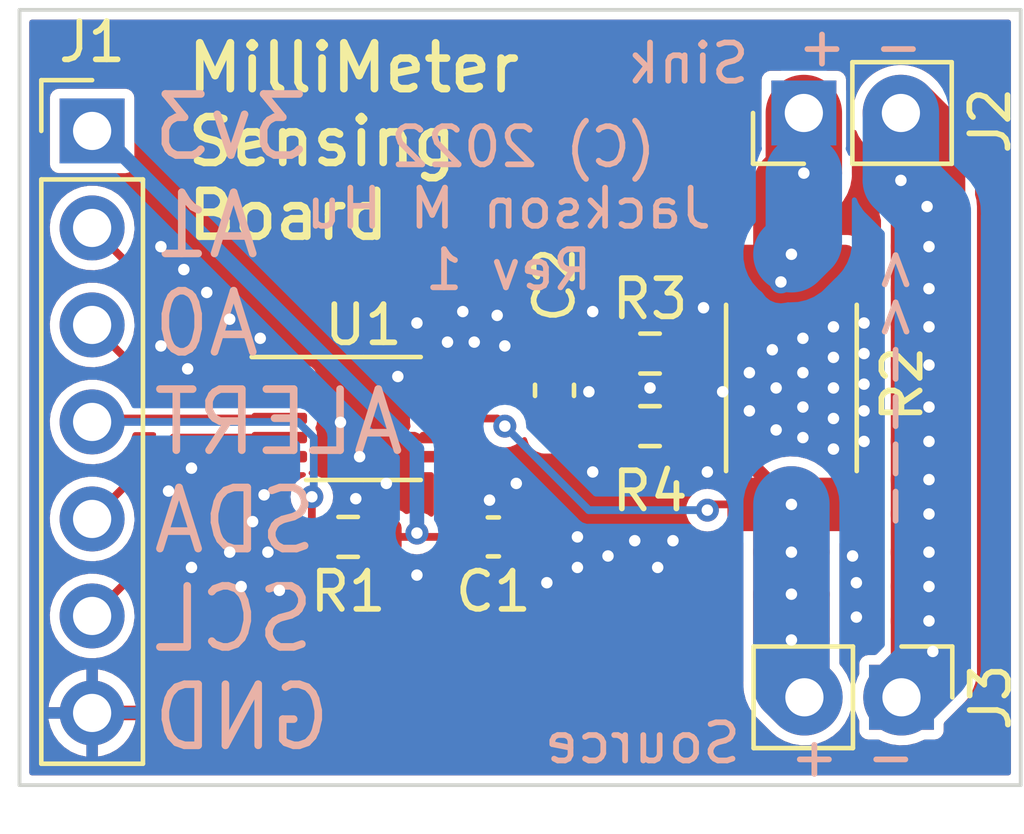
<source format=kicad_pcb>
(kicad_pcb (version 20211014) (generator pcbnew)
  (layers (0 "F.Cu" signal) (31 "B.Cu" signal) (34 "B.Paste" user) (35 "F.Paste" user) (36 "B.SilkS" user "B.Silkscreen") (37 "F.SilkS" user "F.Silkscreen") (38 "B.Mask" user) (39 "F.Mask" user) (44 "Edge.Cuts" user))
  (net 0 "")
  (net 1 "GND")
  (net 2 "+3V3")
  (net 3 "IN+")
  (net 4 "IN-")
  (net 5 "A1")
  (net 6 "A0")
  (net 7 "ALERT")
  (net 8 "SDA")
  (net 9 "SCL")
  (net 10 "VBUS")
  (net 11 "Net-(J2-Pad2)")
  (net 12 "Net-(J2-Pad1)")
  (footprint "Capacitor_SMD:C_0603_1608Metric_Pad1.08x0.95mm_HandSolder" (layer "F.Cu") (at 125.8 78.6 180)
    (fp_text reference "C1" (at 0 -1.43) (layer "F.SilkS"))
    (fp_text value "100nF")
    (fp_line (start -0.146267 0.51) (end 0.146267 0.51) (layer "F.SilkS") (width 0.12))
    (fp_line (start -0.146267 -0.51) (end 0.146267 -0.51) (layer "F.SilkS") (width 0.12))
    (pad "1" smd roundrect (at -0.8625 0 180) (size 1.075 0.95) (layers "F.Cu" "F.Paste" "F.Mask") (net 1 "GND"))
    (pad "2" smd roundrect (at 0.8625 0 180) (size 1.075 0.95) (layers "F.Cu" "F.Paste" "F.Mask") (net 2 "+3V3"))
  )
  (footprint "Resistor_SMD:R_2512_6332Metric_Pad1.40x3.35mm_HandSolder" (layer "F.Cu") (at 133.6 74.7 90)
    (fp_text reference "R2" (at 0.1 2.9 90) (layer "F.SilkS"))
    (fp_text value "0.05R")
    (fp_line (start -2.177064 1.71) (end 2.177064 1.71) (layer "F.SilkS") (width 0.12))
    (fp_line (start -2.177064 -1.71) (end 2.177064 -1.71) (layer "F.SilkS") (width 0.12))
    (pad "1" smd roundrect (at -3.05 0 90) (size 1.4 3.35) (layers "F.Cu" "F.Paste" "F.Mask") (roundrect_rratio 0.178571) (net 10 "VBUS"))
    (pad "2" smd roundrect (at 3.05 0 90) (size 1.4 3.35) (layers "F.Cu" "F.Paste" "F.Mask") (roundrect_rratio 0.178571) (net 12 "Net-(J2-Pad1)"))
  )
  (footprint "Connector_PinHeader_2.54mm:PinHeader_1x02_P2.54mm_Vertical" (layer "F.Cu") (at 133.925 67.5 90)
    (fp_text reference "J2" (at -0.2 4.875 90) (layer "F.SilkS"))
    (fp_text value "OUTPUT")
    (fp_line (start -1.33 -1.33) (end 0 -1.33) (layer "F.SilkS") (width 0.12))
    (fp_line (start -1.33 1.27) (end -1.33 3.87) (layer "F.SilkS") (width 0.12))
    (fp_line (start 1.33 1.27) (end 1.33 3.87) (layer "F.SilkS") (width 0.12))
    (fp_line (start -1.33 3.87) (end 1.33 3.87) (layer "F.SilkS") (width 0.12))
    (fp_line (start -1.33 1.27) (end 1.33 1.27) (layer "F.SilkS") (width 0.12))
    (fp_line (start -1.33 0) (end -1.33 -1.33) (layer "F.SilkS") (width 0.12))
    (pad "1" thru_hole rect (at 0 0 90) (size 1.7 1.7) (drill 1) (layers *.Cu *.Mask) (net 12 "Net-(J2-Pad1)"))
    (pad "2" thru_hole oval (at 0 2.54 90) (size 1.7 1.7) (drill 1) (layers *.Cu *.Mask) (net 11 "Net-(J2-Pad2)"))
  )
  (footprint "Resistor_SMD:R_0603_1608Metric_Pad0.98x0.95mm_HandSolder" (layer "F.Cu") (at 129.9 75.7)
    (fp_text reference "R4" (at 0 1.7) (layer "F.SilkS"))
    (fp_text value "47R")
    (fp_line (start -0.254724 -0.5225) (end 0.254724 -0.5225) (layer "F.SilkS") (width 0.12))
    (fp_line (start -0.254724 0.5225) (end 0.254724 0.5225) (layer "F.SilkS") (width 0.12))
    (pad "1" smd roundrect (at -0.9125 0) (size 0.975 0.95) (layers "F.Cu" "F.Paste" "F.Mask") (net 4 "IN-"))
    (pad "2" smd roundrect (at 0.9125 0) (size 0.975 0.95) (layers "F.Cu" "F.Paste" "F.Mask") (net 10 "VBUS"))
  )
  (footprint "Capacitor_SMD:C_0603_1608Metric_Pad1.08x0.95mm_HandSolder" (layer "F.Cu") (at 127.4 74.7625 -90)
    (fp_text reference "C2" (at -2.7625 0 90) (layer "F.SilkS"))
    (fp_text value "100nF")
    (fp_line (start -0.146267 -0.51) (end 0.146267 -0.51) (layer "F.SilkS") (width 0.12))
    (fp_line (start -0.146267 0.51) (end 0.146267 0.51) (layer "F.SilkS") (width 0.12))
    (pad "1" smd roundrect (at -0.8625 0 270) (size 1.075 0.95) (layers "F.Cu" "F.Paste" "F.Mask") (net 3 "IN+"))
    (pad "2" smd roundrect (at 0.8625 0 270) (size 1.075 0.95) (layers "F.Cu" "F.Paste" "F.Mask") (net 4 "IN-"))
  )
  (footprint "Connector_PinHeader_2.54mm:PinHeader_1x07_P2.54mm_Vertical" (layer "F.Cu") (at 115.3 67.97)
    (fp_text reference "J1" (at 0 -2.33) (layer "F.SilkS"))
    (fp_text value "Comm")
    (fp_line (start -1.33 -1.33) (end 0 -1.33) (layer "F.SilkS") (width 0.12))
    (fp_line (start -1.33 0) (end -1.33 -1.33) (layer "F.SilkS") (width 0.12))
    (fp_line (start 1.33 1.27) (end 1.33 16.57) (layer "F.SilkS") (width 0.12))
    (fp_line (start -1.33 1.27) (end 1.33 1.27) (layer "F.SilkS") (width 0.12))
    (fp_line (start -1.33 1.27) (end -1.33 16.57) (layer "F.SilkS") (width 0.12))
    (fp_line (start -1.33 16.57) (end 1.33 16.57) (layer "F.SilkS") (width 0.12))
    (pad "1" thru_hole rect (at 0 0) (size 1.7 1.7) (drill 1) (layers *.Cu *.Mask) (net 2 "+3V3"))
    (pad "2" thru_hole oval (at 0 2.54) (size 1.7 1.7) (drill 1) (layers *.Cu *.Mask) (net 5 "A1"))
    (pad "3" thru_hole oval (at 0 5.08) (size 1.7 1.7) (drill 1) (layers *.Cu *.Mask) (net 6 "A0"))
    (pad "4" thru_hole oval (at 0 7.62) (size 1.7 1.7) (drill 1) (layers *.Cu *.Mask) (net 7 "ALERT"))
    (pad "5" thru_hole oval (at 0 10.16) (size 1.7 1.7) (drill 1) (layers *.Cu *.Mask) (net 8 "SDA"))
    (pad "6" thru_hole oval (at 0 12.7) (size 1.7 1.7) (drill 1) (layers *.Cu *.Mask) (net 9 "SCL"))
    (pad "7" thru_hole oval (at 0 15.24) (size 1.7 1.7) (drill 1) (layers *.Cu *.Mask) (net 1 "GND"))
  )
  (footprint "Resistor_SMD:R_0603_1608Metric_Pad0.98x0.95mm_HandSolder" (layer "F.Cu") (at 129.9 73.8)
    (fp_text reference "R3" (at 0 -1.43) (layer "F.SilkS"))
    (fp_text value "47R")
    (fp_line (start -0.254724 0.5225) (end 0.254724 0.5225) (layer "F.SilkS") (width 0.12))
    (fp_line (start -0.254724 -0.5225) (end 0.254724 -0.5225) (layer "F.SilkS") (width 0.12))
    (pad "1" smd roundrect (at -0.9125 0) (size 0.975 0.95) (layers "F.Cu" "F.Paste" "F.Mask") (net 3 "IN+"))
    (pad "2" smd roundrect (at 0.9125 0) (size 0.975 0.95) (layers "F.Cu" "F.Paste" "F.Mask") (net 12 "Net-(J2-Pad1)"))
  )
  (footprint "Connector_PinHeader_2.54mm:PinHeader_1x02_P2.54mm_Vertical" (layer "F.Cu") (at 136.48 82.8 -90)
    (fp_text reference "J3" (at 0 -2.33 90) (layer "F.SilkS"))
    (fp_text value "INPUT")
    (fp_line (start 1.33 1.27) (end 1.33 3.87) (layer "F.SilkS") (width 0.12))
    (fp_line (start -1.33 1.27) (end -1.33 3.87) (layer "F.SilkS") (width 0.12))
    (fp_line (start -1.33 1.27) (end 1.33 1.27) (layer "F.SilkS") (width 0.12))
    (fp_line (start -1.33 0) (end -1.33 -1.33) (layer "F.SilkS") (width 0.12))
    (fp_line (start -1.33 3.87) (end 1.33 3.87) (layer "F.SilkS") (width 0.12))
    (fp_line (start -1.33 -1.33) (end 0 -1.33) (layer "F.SilkS") (width 0.12))
    (pad "1" thru_hole rect (at 0 0 270) (size 1.7 1.7) (drill 1) (layers *.Cu *.Mask) (net 11 "Net-(J2-Pad2)"))
    (pad "2" thru_hole oval (at 0 2.54 270) (size 1.7 1.7) (drill 1) (layers *.Cu *.Mask) (net 10 "VBUS"))
  )
  (footprint "Package_SO:VSSOP-10_3x3mm_P0.5mm" (layer "F.Cu") (at 122.4 75.5)
    (fp_text reference "U1" (at 0 -2.45) (layer "F.SilkS"))
    (fp_text value "INA228")
    (fp_line (start 0 -1.61) (end -2.925 -1.61) (layer "F.SilkS") (width 0.12))
    (fp_line (start 0 -1.61) (end 1.5 -1.61) (layer "F.SilkS") (width 0.12))
    (fp_line (start 0 1.61) (end 1.5 1.61) (layer "F.SilkS") (width 0.12))
    (fp_line (start 0 1.61) (end -1.5 1.61) (layer "F.SilkS") (width 0.12))
    (pad "1" smd roundrect (at -2.2 -1) (size 1.45 0.3) (layers "F.Cu" "F.Paste" "F.Mask") (net 5 "A1"))
    (pad "2" smd roundrect (at -2.2 -0.5) (size 1.45 0.3) (layers "F.Cu" "F.Paste" "F.Mask") (net 6 "A0"))
    (pad "3" smd roundrect (at -2.2 0) (size 1.45 0.3) (layers "F.Cu" "F.Paste" "F.Mask") (net 7 "ALERT"))
    (pad "4" smd roundrect (at -2.2 0.5) (size 1.45 0.3) (layers "F.Cu" "F.Paste" "F.Mask") (net 8 "SDA"))
    (pad "5" smd roundrect (at -2.2 1) (size 1.45 0.3) (layers "F.Cu" "F.Paste" "F.Mask") (net 9 "SCL"))
    (pad "6" smd roundrect (at 2.2 1) (size 1.45 0.3) (layers "F.Cu" "F.Paste" "F.Mask") (net 2 "+3V3"))
    (pad "7" smd roundrect (at 2.2 0.5) (size 1.45 0.3) (layers "F.Cu" "F.Paste" "F.Mask") (net 1 "GND"))
    (pad "8" smd roundrect (at 2.2 0) (size 1.45 0.3) (layers "F.Cu" "F.Paste" "F.Mask") (net 10 "VBUS"))
    (pad "9" smd roundrect (at 2.2 -0.5) (size 1.45 0.3) (layers "F.Cu" "F.Paste" "F.Mask") (net 4 "IN-"))
    (pad "10" smd roundrect (at 2.2 -1) (size 1.45 0.3) (layers "F.Cu" "F.Paste" "F.Mask") (net 3 "IN+"))
  )
  (footprint "Resistor_SMD:R_0603_1608Metric_Pad0.98x0.95mm_HandSolder" (layer "F.Cu") (at 122 78.6 180)
    (fp_text reference "R1" (at 0 -1.43) (layer "F.SilkS"))
    (fp_text value "10k")
    (fp_line (start -0.254724 0.5225) (end 0.254724 0.5225) (layer "F.SilkS") (width 0.12))
    (fp_line (start -0.254724 -0.5225) (end 0.254724 -0.5225) (layer "F.SilkS") (width 0.12))
    (pad "1" smd roundrect (at -0.9125 0 180) (size 0.975 0.95) (layers "F.Cu" "F.Paste" "F.Mask") (net 2 "+3V3"))
    (pad "2" smd roundrect (at 0.9125 0 180) (size 0.975 0.95) (layers "F.Cu" "F.Paste" "F.Mask") (net 7 "ALERT"))
  )
  (gr_line (start 113.4 64.8) (end 139.6 64.8) (layer "Edge.Cuts") (width 0.1))
  (gr_line (start 113.4 85.1) (end 113.4 64.8) (layer "Edge.Cuts") (width 0.1))
  (gr_line (start 139.6 85.1) (end 113.4 85.1) (layer "Edge.Cuts") (width 0.1))
  (gr_line (start 139.6 64.8) (end 139.6 85.1) (layer "Edge.Cuts") (width 0.1))
  (gr_text "3v3\nA1\nA0\nALERT\nSDA\nSCL\nGND" (at 116.8 75.6) (layer "B.SilkS") (effects (font (size 1.6 1.5) (thickness 0.2)) (justify right mirror)))
  (gr_text "Sink\n" (at 130.9 66.2) (layer "B.SilkS") (effects (font (size 1 1)) (justify mirror)))
  (gr_text "+ -\n" (at 135.4 65.9 180) (layer "B.SilkS") (effects (font (size 1 1)) (justify mirror)))
  (gr_text "---->>" (at 136.4 74.7 270) (layer "B.SilkS") (effects (font (size 1 1)) (justify mirror)))
  (gr_text "+ -" (at 135.2 84.5 180) (layer "B.SilkS") (effects (font (size 1 1)) (justify mirror)))
  (gr_text "Source" (at 129.7 84) (layer "B.SilkS") (effects (font (size 1 1)) (justify mirror)))
  (gr_text "(C) 2022 \nJackson M Hu\nRev 1" (at 126.2 70) (layer "B.SilkS") (effects (font (size 1 1)) (justify mirror)))
  (gr_text "MilliMeter \nSensing\nBoard" (at 117.7 68.25) (layer "F.SilkS") (effects (font (size 1.2 1.2) (thickness 0.2)) (justify left)))
  (segment (start 125.357593 76) (end 125.7 76.342407) (width 0.2032) (layer "F.Cu") (net 1))
  (segment (start 124.6 76) (end 125.357593 76) (width 0.2032) (layer "F.Cu") (net 1))
  (segment (start 125.7 77.6375) (end 126.6625 78.6) (width 0.2032) (layer "F.Cu") (net 1))
  (segment (start 122.0525 83.21) (end 115.3 83.21) (width 0.381) (layer "F.Cu") (net 1))
  (segment (start 126.6625 78.6) (end 122.0525 83.21) (width 0.381) (layer "F.Cu") (net 1))
  (segment (start 125.7 76.342407) (end 125.7 77.6375) (width 0.2032) (layer "F.Cu") (net 1))
  (via (at 117.8 74.2) (size 0.6) (drill 0.3) (layers "F.Cu" "B.Cu") (net 1))
  (via (at 119.9 79) (size 0.6) (drill 0.3) (layers "F.Cu" "B.Cu") (net 1))
  (via (at 134.7 74.7) (size 0.6) (drill 0.3) (layers "F.Cu" "B.Cu") (net 1))
  (via (at 134.7 76.3) (size 0.6) (drill 0.3) (layers "F.Cu" "B.Cu") (net 1))
  (via (at 129.9 74.7) (size 0.6) (drill 0.3) (layers "F.Cu" "B.Cu") (net 1))
  (via (at 135.5 74.6) (size 0.6) (drill 0.3) (layers "F.Cu" "B.Cu") (net 1))
  (via (at 123.8 79.6) (size 0.6) (drill 0.3) (layers "F.Cu" "B.Cu") (net 1))
  (via (at 117.1 73.6) (size 0.6) (drill 0.3) (layers "F.Cu" "B.Cu") (net 1))
  (via (at 125.3 73.5) (size 0.6) (drill 0.3) (layers "F.Cu" "B.Cu") (net 1))
  (via (at 119.2 79.9) (size 0.6) (drill 0.3) (layers "F.Cu" "B.Cu") (net 1))
  (via (at 119.8 77.5) (size 0.6) (drill 0.3) (layers "F.Cu" "B.Cu") (net 1))
  (via (at 118.9 72.9) (size 0.6) (drill 0.3) (layers "F.Cu" "B.Cu") (net 1))
  (via (at 134.7 73.9) (size 0.6) (drill 0.3) (layers "F.Cu" "B.Cu") (net 1))
  (via (at 125.7 77.6375) (size 0.6) (drill 0.3) (layers "F.Cu" "B.Cu") (net 1))
  (via (at 117.9 76.8) (size 0.6) (drill 0.3) (layers "F.Cu" "B.Cu") (net 1))
  (via (at 117.1 71) (size 0.6) (drill 0.3) (layers "F.Cu" "B.Cu") (net 1))
  (via (at 128 79.4) (size 0.6) (drill 0.3) (layers "F.Cu" "B.Cu") (net 1))
  (via (at 120.2 80) (size 0.6) (drill 0.3) (layers "F.Cu" "B.Cu") (net 1))
  (via (at 117.9 79.4) (size 0.6) (drill 0.3) (layers "F.Cu" "B.Cu") (net 1))
  (via (at 132.5 75.3) (size 0.6) (drill 0.3) (layers "F.Cu" "B.Cu") (net 1))
  (via (at 133.9 73.4) (size 0.6) (drill 0.3) (layers "F.Cu" "B.Cu") (net 1))
  (via (at 123 77.2) (size 0.6) (drill 0.3) (layers "F.Cu" "B.Cu") (net 1))
  (via (at 134.7 75.5) (size 0.6) (drill 0.3) (layers "F.Cu" "B.Cu") (net 1))
  (via (at 126.1 73.6) (size 0.6) (drill 0.3) (layers "F.Cu" "B.Cu") (net 1))
  (via (at 135.5 76.1) (size 0.6) (drill 0.3) (layers "F.Cu" "B.Cu") (net 1))
  (via (at 118.3 72.2) (size 0.6) (drill 0.3) (layers "F.Cu" "B.Cu") (net 1))
  (via (at 132.5 74.3) (size 0.6) (drill 0.3) (layers "F.Cu" "B.Cu") (net 1))
  (via (at 135.5 73) (size 0.6) (drill 0.3) (layers "F.Cu" "B.Cu") (net 1))
  (via (at 122.2 77.6) (size 0.6) (drill 0.3) (layers "F.Cu" "B.Cu") (net 1))
  (via (at 117.3 77.4) (size 0.6) (drill 0.3) (layers "F.Cu" "B.Cu") (net 1))
  (via (at 129.5 78.7) (size 0.6) (drill 0.3) (layers "F.Cu" "B.Cu") (net 1))
  (via (at 121.8 75.6) (size 0.6) (drill 0.3) (layers "F.Cu" "B.Cu") (net 1))
  (via (at 126.4 77.2) (size 0.6) (drill 0.3) (layers "F.Cu" "B.Cu") (net 1))
  (via (at 127.2 79.8) (size 0.6) (drill 0.3) (layers "F.Cu" "B.Cu") (net 1))
  (via (at 134.7 73.1) (size 0.6) (drill 0.3) (layers "F.Cu" "B.Cu") (net 1))
  (via (at 117.7 71.6) (size 0.6) (drill 0.3) (layers "F.Cu" "B.Cu") (net 1))
  (via (at 135.5 73.8) (size 0.6) (drill 0.3) (layers "F.Cu" "B.Cu") (net 1))
  (via (at 131.4 76.9) (size 0.6) (drill 0.3) (layers "F.Cu" "B.Cu") (net 1))
  (via (at 118.9 79) (size 0.6) (drill 0.3) (layers "F.Cu" "B.Cu") (net 1))
  (via (at 125 72.7) (size 0.6) (drill 0.3) (layers "F.Cu" "B.Cu") (net 1))
  (via (at 128.8 79.1) (size 0.6) (drill 0.3) (layers "F.Cu" "B.Cu") (net 1))
  (via (at 131.3 72.6) (size 0.6) (drill 0.3) (layers "F.Cu" "B.Cu") (net 1))
  (via (at 135.3 80.7) (size 0.6) (drill 0.3) (layers "F.Cu" "B.Cu") (net 1))
  (via (at 133.9 74.3) (size 0.6) (drill 0.3) (layers "F.Cu" "B.Cu") (net 1))
  (via (at 130.5 78.7) (size 0.6) (drill 0.3) (layers "F.Cu" "B.Cu") (net 1))
  (via (at 130.1 79.4) (size 0.6) (drill 0.3) (layers "F.Cu" "B.Cu") (net 1))
  (via (at 123.8 73) (size 0.6) (drill 0.3) (layers "F.Cu" "B.Cu") (net 1))
  (via (at 133.9 76) (size 0.6) (drill 0.3) (layers "F.Cu" "B.Cu") (net 1))
  (via (at 133.2 74.7) (size 0.6) (drill 0.3) (layers "F.Cu" "B.Cu") (net 1))
  (via (at 119.7 73.4) (size 0.6) (drill 0.3) (layers "F.Cu" "B.Cu") (net 1))
  (via (at 135.5 75.3) (size 0.6) (drill 0.3) (layers "F.Cu" "B.Cu") (net 1))
  (via (at 128.4 72.7) (size 0.6) (drill 0.3) (layers "F.Cu" "B.Cu") (net 1))
  (via (at 128 78.6) (size 0.6) (drill 0.3) (layers "F.Cu" "B.Cu") (net 1))
  (via (at 125.9 72.8) (size 0.6) (drill 0.3) (layers "F.Cu" "B.Cu") (net 1))
  (via (at 119.5 78.2) (size 0.6) (drill 0.3) (layers "F.Cu" "B.Cu") (net 1))
  (via (at 122.3 76.5) (size 0.6) (drill 0.3) (layers "F.Cu" "B.Cu") (net 1))
  (via (at 135.3 79.8) (size 0.6) (drill 0.3) (layers "F.Cu" "B.Cu") (net 1))
  (via (at 123.3 74.4) (size 0.6) (drill 0.3) (layers "F.Cu" "B.Cu") (net 1))
  (via (at 128.4 76.9) (size 0.6) (drill 0.3) (layers "F.Cu" "B.Cu") (net 1))
  (via (at 133.1 73.7) (size 0.6) (drill 0.3) (layers "F.Cu" "B.Cu") (net 1))
  (via (at 124.6 73.5) (size 0.6) (drill 0.3) (layers "F.Cu" "B.Cu") (net 1))
  (via (at 135.2 79.1) (size 0.6) (drill 0.3) (layers "F.Cu" "B.Cu") (net 1))
  (via (at 133.2 75.8) (size 0.6) (drill 0.3) (layers "F.Cu" "B.Cu") (net 1))
  (via (at 133.9 75.2) (size 0.6) (drill 0.3) (layers "F.Cu" "B.Cu") (net 1))
  (via (at 131.8 74.8) (size 0.6) (drill 0.3) (layers "F.Cu" "B.Cu") (net 1))
  (via (at 128.3 74.8) (size 0.6) (drill 0.3) (layers "F.Cu" "B.Cu") (net 1))
  (segment (start 124.6 78.2625) (end 124.9375 78.6) (width 0.2032) (layer "F.Cu") (net 2))
  (segment (start 122.9125 78.6) (end 124.9375 78.6) (width 0.2032) (layer "F.Cu") (net 2))
  (segment (start 124.6 76.5) (end 124.6 78.2625) (width 0.2032) (layer "F.Cu") (net 2))
  (via (at 123.8 78.5) (size 0.6) (drill 0.3) (layers "F.Cu" "B.Cu") (net 2))
  (segment (start 115.47 67.97) (end 123.8 76.3) (width 0.381) (layer "B.Cu") (net 2))
  (segment (start 123.8 76.3) (end 123.8 78.5) (width 0.381) (layer "B.Cu") (net 2))
  (segment (start 115.3 67.97) (end 115.47 67.97) (width 0.381) (layer "B.Cu") (net 2))
  (segment (start 127.4 73.9) (end 128.8875 73.9) (width 0.381) (layer "F.Cu") (net 3))
  (segment (start 126.8 74.5) (end 127.4 73.9) (width 0.2032) (layer "F.Cu") (net 3))
  (segment (start 128.8875 73.9) (end 128.9875 73.8) (width 0.381) (layer "F.Cu") (net 3))
  (segment (start 124.6 74.5) (end 126.8 74.5) (width 0.2032) (layer "F.Cu") (net 3))
  (segment (start 127.4 75.625) (end 128.9125 75.625) (width 0.381) (layer "F.Cu") (net 4))
  (segment (start 128.9125 75.625) (end 128.9875 75.7) (width 0.381) (layer "F.Cu") (net 4))
  (segment (start 124.6 75) (end 126.775 75) (width 0.2032) (layer "F.Cu") (net 4))
  (segment (start 126.775 75) (end 127.4 75.625) (width 0.2032) (layer "F.Cu") (net 4))
  (segment (start 115.3 70.51) (end 119.29 74.5) (width 0.2032) (layer "F.Cu") (net 5))
  (segment (start 119.29 74.5) (end 120.2 74.5) (width 0.2032) (layer "F.Cu") (net 5))
  (segment (start 117.25 75) (end 120.2 75) (width 0.2032) (layer "F.Cu") (net 6))
  (segment (start 115.3 73.05) (end 117.25 75) (width 0.2032) (layer "F.Cu") (net 6))
  (segment (start 121.05 78.5625) (end 121.0875 78.6) (width 0.2032) (layer "F.Cu") (net 7))
  (segment (start 121.05 77.55) (end 121.05 78.5625) (width 0.2032) (layer "F.Cu") (net 7))
  (segment (start 115.39 75.5) (end 120.2 75.5) (width 0.2032) (layer "F.Cu") (net 7))
  (segment (start 115.3 75.59) (end 115.39 75.5) (width 0.2032) (layer "F.Cu") (net 7))
  (via (at 121.05 77.55) (size 0.6) (drill 0.3) (layers "F.Cu" "B.Cu") (net 7))
  (segment (start 115.3 75.59) (end 120.69 75.59) (width 0.2032) (layer "B.Cu") (net 7))
  (segment (start 121.1 76) (end 121.1 77.5) (width 0.2032) (layer "B.Cu") (net 7))
  (segment (start 120.69 75.59) (end 121.1 76) (width 0.2032) (layer "B.Cu") (net 7))
  (segment (start 117.43 76) (end 115.3 78.13) (width 0.2032) (layer "F.Cu") (net 8))
  (segment (start 120.2 76) (end 117.43 76) (width 0.2032) (layer "F.Cu") (net 8))
  (segment (start 115.3 80.67) (end 119.47 76.5) (width 0.2032) (layer "F.Cu") (net 9))
  (segment (start 119.47 76.5) (end 120.2 76.5) (width 0.2032) (layer "F.Cu") (net 9))
  (segment (start 133.6 77.75) (end 131.55 77.75) (width 0.2032) (layer "F.Cu") (net 10))
  (segment (start 124.6 75.5) (end 125.9 75.5) (width 0.2032) (layer "F.Cu") (net 10))
  (segment (start 131.55 77.75) (end 131.4 77.9) (width 0.2032) (layer "F.Cu") (net 10))
  (segment (start 133.6 80.1) (end 133.6 82.46) (width 2) (layer "F.Cu") (net 10))
  (segment (start 133.6 77.75) (end 133.6 79) (width 2) (layer "F.Cu") (net 10))
  (segment (start 133.6 82.46) (end 133.94 82.8) (width 2) (layer "F.Cu") (net 10))
  (segment (start 131.55 75.7) (end 133.6 77.75) (width 0.381) (layer "F.Cu") (net 10))
  (segment (start 133.6 79) (end 133.6 80.1) (width 2) (layer "F.Cu") (net 10))
  (segment (start 133.6 80.1) (end 133.6 81.3) (width 2) (layer "F.Cu") (net 10))
  (segment (start 130.8125 75.7) (end 131.55 75.7) (width 0.381) (layer "F.Cu") (net 10))
  (segment (start 125.9 75.5) (end 126.1 75.7) (width 0.2032) (layer "F.Cu") (net 10))
  (via (at 133.6 79) (size 0.6) (drill 0.3) (layers "F.Cu" "B.Cu") (net 10))
  (via (at 133.6 80.1) (size 0.6) (drill 0.3) (layers "F.Cu" "B.Cu") (net 10))
  (via (at 133.6 77.75) (size 0.6) (drill 0.3) (layers "F.Cu" "B.Cu") (net 10))
  (via (at 133.6 81.3) (size 0.6) (drill 0.3) (layers "F.Cu" "B.Cu") (net 10))
  (via (at 131.4 77.9) (size 0.6) (drill 0.3) (layers "F.Cu" "B.Cu") (net 10))
  (via (at 126.1 75.7) (size 0.6) (drill 0.3) (layers "F.Cu" "B.Cu") (net 10))
  (segment (start 128.3 77.9) (end 131.4 77.9) (width 0.2032) (layer "B.Cu") (net 10))
  (segment (start 133.6 81.3) (end 133.6 82.46) (width 2) (layer "B.Cu") (net 10))
  (segment (start 133.6 82.46) (end 133.94 82.8) (width 2) (layer "B.Cu") (net 10))
  (segment (start 133.6 77.75) (end 133.6 81.3) (width 2) (layer "B.Cu") (net 10))
  (segment (start 126.1 75.7) (end 128.3 77.9) (width 0.2032) (layer "B.Cu") (net 10))
  (segment (start 137.15 69.95) (end 137.15 68.185) (width 2) (layer "F.Cu") (net 11))
  (segment (start 137.2 70) (end 137.2 71) (width 2) (layer "F.Cu") (net 11))
  (segment (start 137.2 79.9) (end 137.2 80.8) (width 2) (layer "F.Cu") (net 11))
  (segment (start 137.2 77.1) (end 137.2 78) (width 2) (layer "F.Cu") (net 11))
  (segment (start 137.2 73.1) (end 137.2 74.1) (width 2) (layer "F.Cu") (net 11))
  (segment (start 137.2 72.1) (end 137.2 73.1) (width 2) (layer "F.Cu") (net 11))
  (segment (start 137.2 74.1) (end 137.2 75.2) (width 2) (layer "F.Cu") (net 11))
  (segment (start 137.2 75.2) (end 137.2 76.1) (width 2) (layer "F.Cu") (net 11))
  (segment (start 137.2 79) (end 137.2 79.9) (width 2) (layer "F.Cu") (net 11))
  (segment (start 137.2 76.1) (end 137.2 77.1) (width 2) (layer "F.Cu") (net 11))
  (segment (start 137.2 78) (end 137.2 79) (width 2) (layer "F.Cu") (net 11))
  (segment (start 137.15 68.185) (end 136.465 67.5) (width 2) (layer "F.Cu") (net 11))
  (segment (start 137.2 80.8) (end 137.2 82.08) (width 2) (layer "F.Cu") (net 11))
  (segment (start 137.2 82.08) (end 136.48 82.8) (width 2) (layer "F.Cu") (net 11))
  (segment (start 137.2 71) (end 137.2 72.1) (width 2) (layer "F.Cu") (net 11))
  (via (at 137.2 79.9) (size 0.6) (drill 0.3) (layers "F.Cu" "B.Cu") (net 11))
  (via (at 137.2 73.1) (size 0.6) (drill 0.3) (layers "F.Cu" "B.Cu") (net 11))
  (via (at 137.2 75.2) (size 0.6) (drill 0.3) (layers "F.Cu" "B.Cu") (net 11))
  (via (at 137.2 74.1) (size 0.6) (drill 0.3) (layers "F.Cu" "B.Cu") (net 11))
  (via (at 137.2 71) (size 0.6) (drill 0.3) (layers "F.Cu" "B.Cu") (net 11))
  (via (at 137.2 77.1) (size 0.6) (drill 0.3) (layers "F.Cu" "B.Cu") (net 11))
  (via (at 137.15 69.95) (size 0.6) (drill 0.3) (layers "F.Cu" "B.Cu") (net 11))
  (via (at 137.2 78) (size 0.6) (drill 0.3) (layers "F.Cu" "B.Cu") (net 11))
  (via (at 137.2 80.8) (size 0.6) (drill 0.3) (layers "F.Cu" "B.Cu") (net 11))
  (via (at 137.2 79) (size 0.6) (drill 0.3) (layers "F.Cu" "B.Cu") (net 11))
  (via (at 137.2 72.1) (size 0.6) (drill 0.3) (layers "F.Cu" "B.Cu") (net 11))
  (via (at 137.3 81.6) (size 0.6) (drill 0.3) (layers "F.Cu" "B.Cu") (net 11))
  (via (at 136.465 69.265) (size 0.6) (drill 0.3) (layers "F.Cu" "B.Cu") (net 11))
  (via (at 137.2 76.1) (size 0.6) (drill 0.3) (layers "F.Cu" "B.Cu") (net 11))
  (segment (start 137.3 70.1) (end 137.3 81.6) (width 2) (layer "B.Cu") (net 11))
  (segment (start 136.465 69.265) (end 137.3 70.1) (width 2) (layer "B.Cu") (net 11))
  (segment (start 137.3 81.6) (end 137.3 81.98) (width 2) (layer "B.Cu") (net 11))
  (segment (start 136.465 67.5) (end 136.465 69.265) (width 2) (layer "B.Cu") (net 11))
  (segment (start 137.3 81.98) (end 136.48 82.8) (width 2) (layer "B.Cu") (net 11))
  (segment (start 130.8125 73.8) (end 131.45 73.8) (width 0.381) (layer "F.Cu") (net 12))
  (segment (start 133.6 69.4) (end 133.925 69.075) (width 2) (layer "F.Cu") (net 12))
  (segment (start 131.45 73.8) (end 133.325 71.925) (width 0.381) (layer "F.Cu") (net 12))
  (segment (start 133.6 71.65) (end 133.6 69.4) (width 2) (layer "F.Cu") (net 12))
  (segment (start 133.925 67.5) (end 133.925 69.075) (width 2) (layer "F.Cu") (net 12))
  (segment (start 133.325 71.925) (end 133.6 71.65) (width 0.381) (layer "F.Cu") (net 12))
  (via (at 133.925 69.075) (size 0.6) (drill 0.3) (layers "F.Cu" "B.Cu") (net 12))
  (via (at 133.6 71.2) (size 0.6) (drill 0.3) (layers "F.Cu" "B.Cu") (net 12))
  (via (at 133.325 71.925) (size 0.6) (drill 0.3) (layers "F.Cu" "B.Cu") (net 12))
  (segment (start 133.925 70.875) (end 133.6 71.2) (width 2) (layer "B.Cu") (net 12))
  (segment (start 133.925 69.075) (end 133.925 70.875) (width 2) (layer "B.Cu") (net 12))
  (zone (net 1) (net_name "GND") (layers F&B.Cu) (connect_pads (clearance 0.255)) (min_thickness 0.13) (fill yes (thermal_gap 0.3) (thermal_bridge_width 0.3))
    (polygon (pts (xy 139.6 85.1) (xy 113.4 85.1) (xy 113.4 64.8) (xy 139.7 64.8)))
  )
)
</source>
